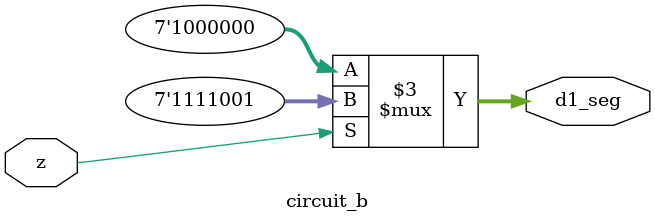
<source format=v>
module circuit_b(z, d1_seg);
input z;
output reg [6:0] d1_seg;

parameter BLANK = 7'b1000000;  // blank
parameter ONE   = 7'b1111001;  // “1”

always @(*) begin
    if (z)
        d1_seg = ONE;
    else
        d1_seg = BLANK;
end
endmodule

</source>
